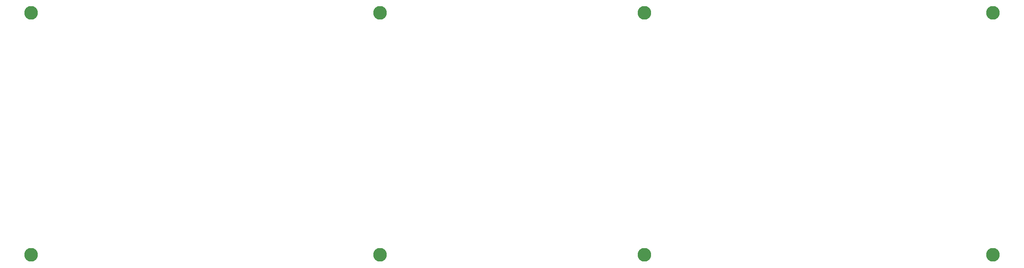
<source format=gbr>
%TF.GenerationSoftware,KiCad,Pcbnew,(6.0.4)*%
%TF.CreationDate,2022-07-31T16:18:00-04:00*%
%TF.ProjectId,backplate,6261636b-706c-4617-9465-2e6b69636164,v1.0.0*%
%TF.SameCoordinates,Original*%
%TF.FileFunction,Copper,L1,Top*%
%TF.FilePolarity,Positive*%
%FSLAX46Y46*%
G04 Gerber Fmt 4.6, Leading zero omitted, Abs format (unit mm)*
G04 Created by KiCad (PCBNEW (6.0.4)) date 2022-07-31 16:18:00*
%MOMM*%
%LPD*%
G01*
G04 APERTURE LIST*
%TA.AperFunction,ComponentPad*%
%ADD10C,2.800000*%
%TD*%
G04 APERTURE END LIST*
D10*
%TO.P,,1*%
%TO.N,N/C*%
X-8250000Y41750000D03*
%TD*%
%TO.P,,1*%
%TO.N,N/C*%
X-8250000Y-7750000D03*
%TD*%
%TO.P,,1*%
%TO.N,N/C*%
X63000000Y41750000D03*
%TD*%
%TO.P,,1*%
%TO.N,N/C*%
X63000000Y-7750000D03*
%TD*%
%TO.P,,1*%
%TO.N,N/C*%
X188250000Y41750000D03*
%TD*%
%TO.P,,1*%
%TO.N,N/C*%
X188250000Y-7750000D03*
%TD*%
%TO.P,,1*%
%TO.N,N/C*%
X117000000Y41750000D03*
%TD*%
%TO.P,,1*%
%TO.N,N/C*%
X117000000Y-7750000D03*
%TD*%
M02*

</source>
